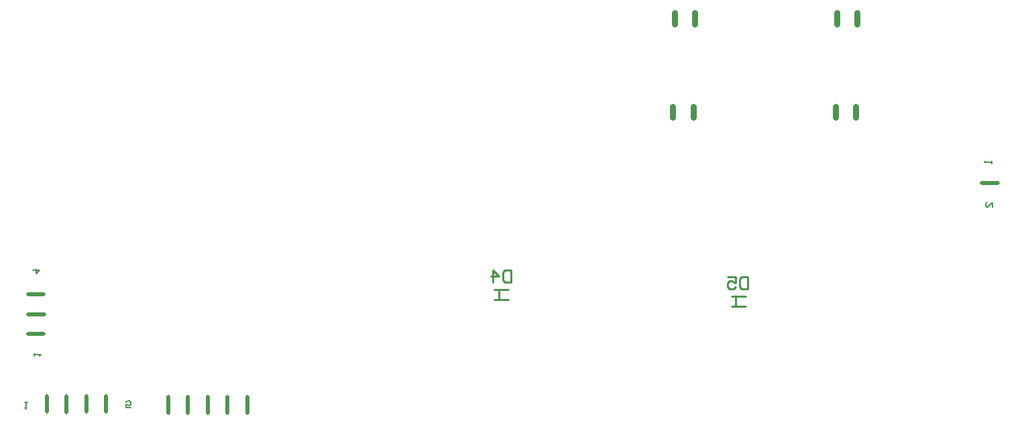
<source format=gbr>
%TF.GenerationSoftware,Altium Limited,Altium Designer,21.0.8 (223)*%
G04 Layer_Color=32896*
%FSLAX26Y26*%
%MOIN*%
%TF.SameCoordinates,3528F89D-DF25-4B87-B81C-8702AA7ACEB5*%
%TF.FilePolarity,Positive*%
%TF.FileFunction,Legend,Bot*%
%TF.Part,Single*%
G01*
G75*
%TA.AperFunction,NonConductor*%
%ADD52C,0.010000*%
%ADD53C,0.019685*%
%ADD54C,0.031496*%
%ADD55C,0.005000*%
D52*
X3613969Y709252D02*
Y759252D01*
X3591969D02*
X3661969D01*
X3591969Y709252D02*
X3661969D01*
X2412835Y742716D02*
X2482835D01*
X2412835Y792716D02*
X2482835D01*
X2434835Y742716D02*
Y792716D01*
X3673015Y855778D02*
Y795797D01*
X3643025D01*
X3633028Y805794D01*
Y845781D01*
X3643025Y855778D01*
X3673015D01*
X3573048D02*
X3613035D01*
Y825787D01*
X3593041Y835784D01*
X3583044D01*
X3573048Y825787D01*
Y805794D01*
X3583044Y795797D01*
X3603038D01*
X3613035Y805794D01*
X2495047Y887650D02*
Y827669D01*
X2465057D01*
X2455060Y837666D01*
Y877653D01*
X2465057Y887650D01*
X2495047D01*
X2405076Y827669D02*
Y887650D01*
X2435067Y857660D01*
X2395080D01*
D53*
X1086811Y178150D02*
Y256890D01*
X988386Y178150D02*
Y256890D01*
X889960Y178150D02*
Y256890D01*
X791535Y178150D02*
Y256890D01*
X1185236Y178150D02*
Y256890D01*
X187992Y183441D02*
Y262181D01*
X286417Y182441D02*
Y261181D01*
X384843Y183441D02*
Y262181D01*
X483268Y183441D02*
Y262181D01*
X95102Y570866D02*
X173843D01*
X96102Y669291D02*
X174843D01*
X95102Y767717D02*
X173843D01*
X4836984Y1321850D02*
X4915725D01*
D54*
X3300984Y1648197D02*
Y1702197D01*
X3401378Y1648197D02*
Y1702197D01*
X3308858Y2112764D02*
Y2166764D01*
X3409252Y2112764D02*
Y2166764D01*
X4108071Y1648197D02*
Y1702197D01*
X4208465Y1648197D02*
Y1702197D01*
X4115945Y2112764D02*
Y2166764D01*
X4216339Y2112764D02*
Y2166764D01*
D55*
X606956Y203515D02*
X583630D01*
Y221010D01*
X595293Y215178D01*
X601124D01*
X606956Y221010D01*
Y232673D01*
X601124Y238504D01*
X589461D01*
X583630Y232673D01*
X79992Y232504D02*
X91655D01*
X85824D01*
Y197515D01*
X79992Y203347D01*
X118780Y887573D02*
X153768D01*
X136274Y870079D01*
Y893405D01*
X124780Y462866D02*
Y474529D01*
Y468698D01*
X159768D01*
X153937Y462866D01*
X4886047Y1429850D02*
Y1418188D01*
Y1424019D01*
X4851059D01*
X4856890Y1429850D01*
X4891047Y1202525D02*
Y1225850D01*
X4867721Y1202525D01*
X4861890D01*
X4856059Y1208356D01*
Y1220019D01*
X4861890Y1225850D01*
%TF.MD5,aaabcd25ddfb0c7ced91d1f00abc2b36*%
M02*

</source>
